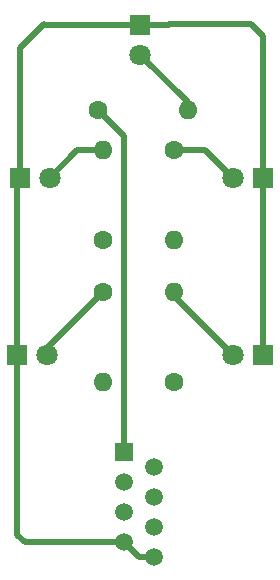
<source format=gbr>
%TF.GenerationSoftware,KiCad,Pcbnew,7.0.9*%
%TF.CreationDate,2023-12-13T17:14:35-05:00*%
%TF.ProjectId,Light Pcb,4c696768-7420-4506-9362-2e6b69636164,rev?*%
%TF.SameCoordinates,Original*%
%TF.FileFunction,Copper,L2,Bot*%
%TF.FilePolarity,Positive*%
%FSLAX46Y46*%
G04 Gerber Fmt 4.6, Leading zero omitted, Abs format (unit mm)*
G04 Created by KiCad (PCBNEW 7.0.9) date 2023-12-13 17:14:35*
%MOMM*%
%LPD*%
G01*
G04 APERTURE LIST*
%TA.AperFunction,ComponentPad*%
%ADD10C,1.600000*%
%TD*%
%TA.AperFunction,ComponentPad*%
%ADD11O,1.600000X1.600000*%
%TD*%
%TA.AperFunction,ComponentPad*%
%ADD12C,1.500000*%
%TD*%
%TA.AperFunction,ComponentPad*%
%ADD13R,1.500000X1.500000*%
%TD*%
%TA.AperFunction,ComponentPad*%
%ADD14R,1.800000X1.800000*%
%TD*%
%TA.AperFunction,ComponentPad*%
%ADD15C,1.800000*%
%TD*%
%TA.AperFunction,Conductor*%
%ADD16C,0.500000*%
%TD*%
G04 APERTURE END LIST*
D10*
%TO.P,R5,1*%
%TO.N,Net-(J1-Pad5)*%
X98500000Y-67810000D03*
D11*
%TO.P,R5,2*%
%TO.N,Net-(D5-A)*%
X98500000Y-60190000D03*
%TD*%
D10*
%TO.P,R4,1*%
%TO.N,Net-(D4-A)*%
X98500000Y-72190000D03*
D11*
%TO.P,R4,2*%
%TO.N,Net-(J1-Pad4)*%
X98500000Y-79810000D03*
%TD*%
D10*
%TO.P,R3,1*%
%TO.N,Net-(J1-Pad6)*%
X104500000Y-79810000D03*
D11*
%TO.P,R3,2*%
%TO.N,Net-(D3-A)*%
X104500000Y-72190000D03*
%TD*%
D10*
%TO.P,R2,1*%
%TO.N,Net-(D2-A)*%
X104500000Y-60190000D03*
D11*
%TO.P,R2,2*%
%TO.N,Net-(J1-Pad2)*%
X104500000Y-67810000D03*
%TD*%
D10*
%TO.P,R1,1*%
%TO.N,Net-(J1-Pad1)*%
X98020000Y-56730000D03*
D11*
%TO.P,R1,2*%
%TO.N,Net-(D1-A)*%
X105640000Y-56730000D03*
%TD*%
D12*
%TO.P,J1,8*%
%TO.N,Net-(D1-K)*%
X102790000Y-94637500D03*
%TO.P,J1,7*%
X100250000Y-93367500D03*
%TO.P,J1,6*%
%TO.N,Net-(J1-Pad6)*%
X102790000Y-92097500D03*
%TO.P,J1,5*%
%TO.N,Net-(J1-Pad5)*%
X100250000Y-90827500D03*
%TO.P,J1,4*%
%TO.N,Net-(J1-Pad4)*%
X102790000Y-89557500D03*
%TO.P,J1,3*%
%TO.N,unconnected-(J1-Pad3)*%
X100250000Y-88287500D03*
%TO.P,J1,2*%
%TO.N,Net-(J1-Pad2)*%
X102790000Y-87017500D03*
D13*
%TO.P,J1,1*%
%TO.N,Net-(J1-Pad1)*%
X100250000Y-85747500D03*
%TD*%
D14*
%TO.P,D1,1,K*%
%TO.N,Net-(D1-K)*%
X101600000Y-49530000D03*
D15*
%TO.P,D1,2,A*%
%TO.N,Net-(D1-A)*%
X101600000Y-52070000D03*
%TD*%
D14*
%TO.P,D2,1,K*%
%TO.N,Net-(D1-K)*%
X112000000Y-62500000D03*
D15*
%TO.P,D2,2,A*%
%TO.N,Net-(D2-A)*%
X109460000Y-62500000D03*
%TD*%
D14*
%TO.P,D5,1,K*%
%TO.N,Net-(D1-K)*%
X91460000Y-62500000D03*
D15*
%TO.P,D5,2,A*%
%TO.N,Net-(D5-A)*%
X94000000Y-62500000D03*
%TD*%
D14*
%TO.P,D4,1,K*%
%TO.N,Net-(D1-K)*%
X91225000Y-77500000D03*
D15*
%TO.P,D4,2,A*%
%TO.N,Net-(D4-A)*%
X93765000Y-77500000D03*
%TD*%
D14*
%TO.P,D3,1,K*%
%TO.N,Net-(D1-K)*%
X112000000Y-77500000D03*
D15*
%TO.P,D3,2,A*%
%TO.N,Net-(D3-A)*%
X109460000Y-77500000D03*
%TD*%
D16*
%TO.N,Net-(J1-Pad1)*%
X100250000Y-58960000D02*
X100250000Y-85747500D01*
X98020000Y-56730000D02*
X100250000Y-58960000D01*
%TO.N,Net-(D4-A)*%
X93765000Y-76925000D02*
X93765000Y-77500000D01*
X98500000Y-72190000D02*
X93765000Y-76925000D01*
%TO.N,Net-(D3-A)*%
X104500000Y-72540000D02*
X104500000Y-72190000D01*
X109460000Y-77500000D02*
X104500000Y-72540000D01*
%TO.N,Net-(D1-A)*%
X101600000Y-52070000D02*
X105640000Y-56110000D01*
X105640000Y-56110000D02*
X105640000Y-56730000D01*
%TO.N,Net-(D2-A)*%
X104500000Y-60190000D02*
X107150000Y-60190000D01*
X107150000Y-60190000D02*
X109460000Y-62500000D01*
%TO.N,Net-(D5-A)*%
X96310000Y-60190000D02*
X98500000Y-60190000D01*
X94000000Y-62500000D02*
X96310000Y-60190000D01*
%TO.N,Net-(D1-K)*%
X91867500Y-93367500D02*
X91225000Y-92725000D01*
X91225000Y-92725000D02*
X91225000Y-77500000D01*
X100250000Y-93367500D02*
X91867500Y-93367500D01*
X101520000Y-94637500D02*
X100250000Y-93367500D01*
X102790000Y-94637500D02*
X101520000Y-94637500D01*
X91225000Y-62735000D02*
X91460000Y-62500000D01*
X91225000Y-77500000D02*
X91225000Y-62735000D01*
X112000000Y-62500000D02*
X112000000Y-77500000D01*
X112000000Y-50500000D02*
X112000000Y-62500000D01*
X104060000Y-49500000D02*
X111000000Y-49500000D01*
X104030000Y-49530000D02*
X104060000Y-49500000D01*
X111000000Y-49500000D02*
X112000000Y-50500000D01*
X101600000Y-49530000D02*
X104030000Y-49530000D01*
X91460000Y-51540000D02*
X91460000Y-62500000D01*
X93500000Y-49500000D02*
X91460000Y-51540000D01*
X93530000Y-49530000D02*
X93500000Y-49500000D01*
X101600000Y-49530000D02*
X93530000Y-49530000D01*
%TD*%
M02*

</source>
